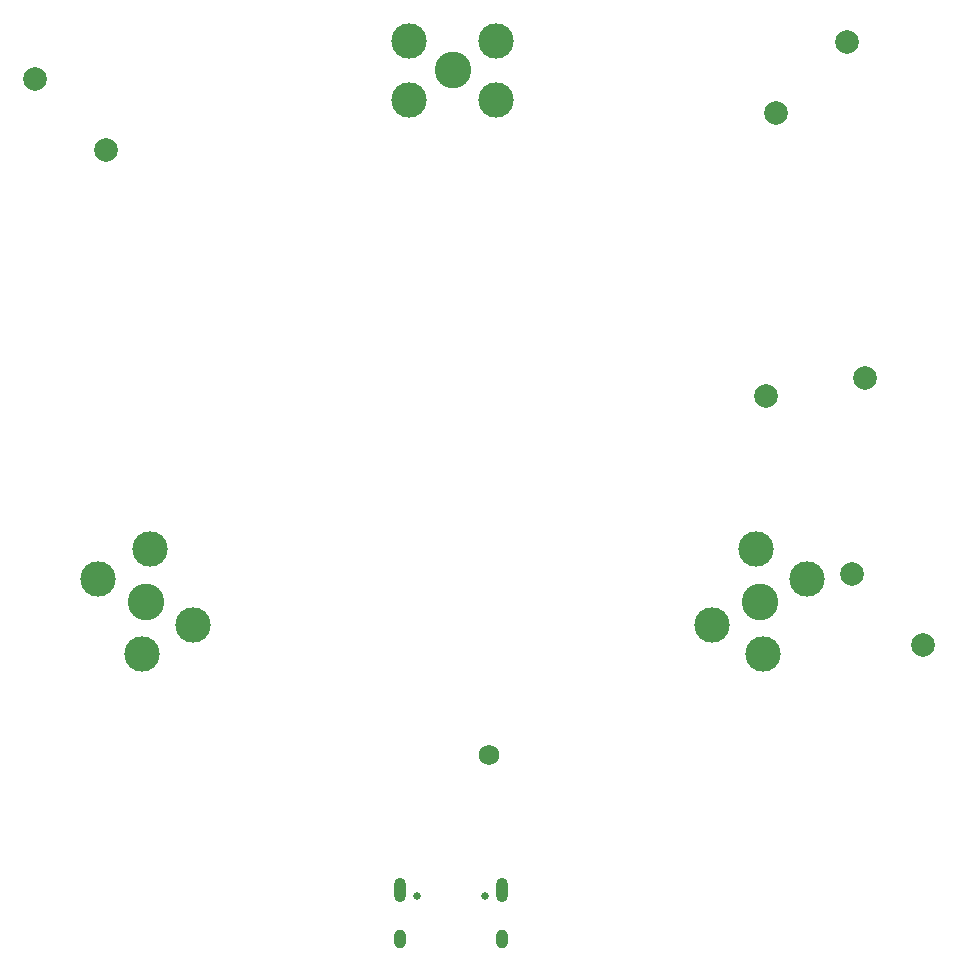
<source format=gts>
G04 #@! TF.GenerationSoftware,KiCad,Pcbnew,5.1.5+dfsg1-2build2*
G04 #@! TF.CreationDate,2020-07-22T02:43:12+02:00*
G04 #@! TF.ProjectId,camera-flash,63616d65-7261-42d6-966c-6173682e6b69,rev?*
G04 #@! TF.SameCoordinates,Original*
G04 #@! TF.FileFunction,Soldermask,Top*
G04 #@! TF.FilePolarity,Negative*
%FSLAX46Y46*%
G04 Gerber Fmt 4.6, Leading zero omitted, Abs format (unit mm)*
G04 Created by KiCad (PCBNEW 5.1.5+dfsg1-2build2) date 2020-07-22 02:43:12*
%MOMM*%
%LPD*%
G04 APERTURE LIST*
%ADD10C,2.000000*%
%ADD11C,3.000000*%
%ADD12C,3.100000*%
%ADD13O,1.000000X2.100000*%
%ADD14O,1.000000X1.600000*%
%ADD15C,0.650000*%
%ADD16C,1.750000*%
G04 APERTURE END LIST*
D10*
X139816117Y-118694291D03*
X133805709Y-112683883D03*
X134940498Y-96078438D03*
X126569632Y-97554447D03*
X70616117Y-76794291D03*
X64605709Y-70783883D03*
X127405709Y-73616117D03*
X133416117Y-67605709D03*
D11*
X73704936Y-119454294D03*
X70004936Y-113045706D03*
X74335064Y-110545706D03*
X78035064Y-116954294D03*
D12*
X74020000Y-115000000D03*
D11*
X129995064Y-113045706D03*
X126295064Y-119454294D03*
X121964936Y-116954294D03*
X125664936Y-110545706D03*
D12*
X125980000Y-115000000D03*
D11*
X96300000Y-67500000D03*
X103700000Y-67500000D03*
X103700000Y-72500000D03*
X96300000Y-72500000D03*
D12*
X100000000Y-70000000D03*
D13*
X104210000Y-139415000D03*
X95570000Y-139415000D03*
D14*
X104210000Y-143595000D03*
X95570000Y-143595000D03*
D15*
X97000000Y-139945000D03*
X102780000Y-139945000D03*
D16*
X103100000Y-128000000D03*
M02*

</source>
